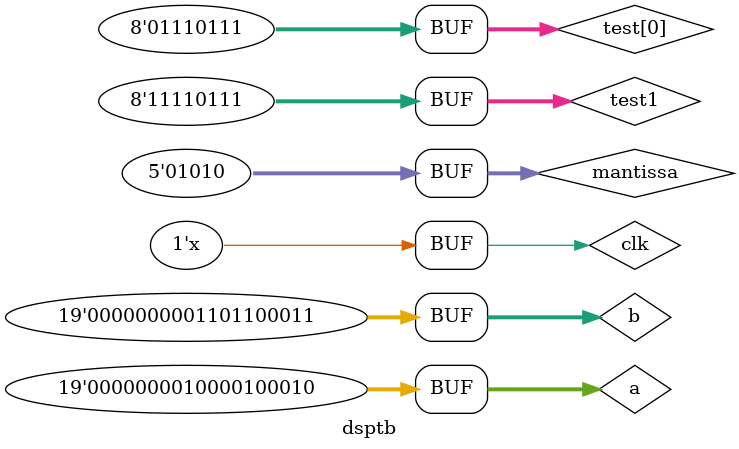
<source format=v>
module dsptb;
    reg clk;
    reg [18:0] a;
    reg [18:0] b;
    wire [19:0] c;
    wire [20:0] d;
    reg [4:0] mantissa;
    reg [7:0] test [4:0];
    reg [7:0] test1;
    initial begin
        clk = 0;
        a = 18'h434;
        b = 18'h234;
        mantissa = 4'b1111+1;
        #200 a = 18'h222; b = 18'h333; mantissa = 4'b1110+1;
        #200 a = 18'h522; b = 18'h433; mantissa = 4'b1011+1;
        #200 a = 18'h422; b = 18'h363; mantissa = 4'b1001+1;
        test[0] = 8'h77;
        // #100 test1 = {~test[7][0] , test[6:0][0]};
        #100 test1 = {~test[0][7] , test[0][6:0]};
    end
    always #10 clk = ~clk;
    xbip_dsp48_macro_0 u1dsp(
        .CLK(clk),
        .A(a),
        .D(b),
        .P(c)
    );
    add_21 uadd21(
        .CLK(clk),
        .A({3'b0 , a}),
        .C({3'b0 , b}),
        .P(d)
    );
    
endmodule
</source>
